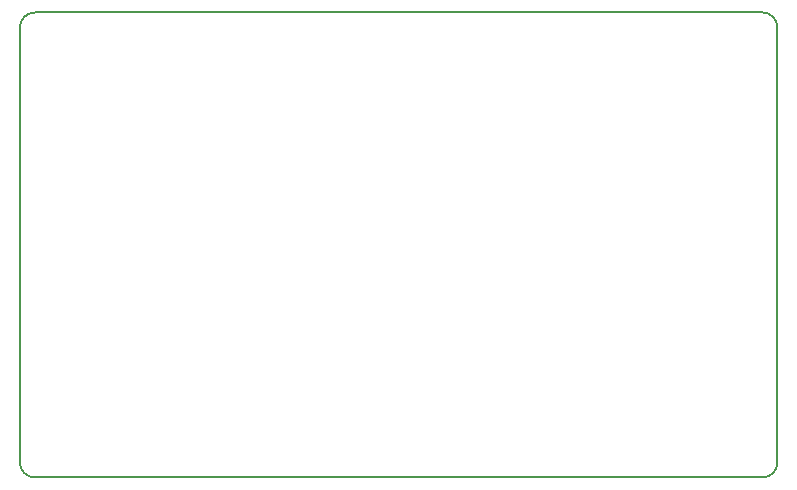
<source format=gm1>
G04 #@! TF.FileFunction,Profile,NP*
%FSLAX46Y46*%
G04 Gerber Fmt 4.6, Leading zero omitted, Abs format (unit mm)*
G04 Created by KiCad (PCBNEW 4.0.7) date 10/16/18 00:00:49*
%MOMM*%
%LPD*%
G01*
G04 APERTURE LIST*
%ADD10C,0.100000*%
%ADD11C,0.150000*%
G04 APERTURE END LIST*
D10*
D11*
X125095000Y-66675000D02*
X63500000Y-66675000D01*
X63500000Y-106045000D02*
X125095000Y-106045000D01*
X126365000Y-67945000D02*
X126365000Y-104775000D01*
X62230000Y-67945000D02*
X62230000Y-104775000D01*
X62230000Y-104775000D02*
G75*
G03X63500000Y-106045000I1270000J0D01*
G01*
X125095000Y-106045000D02*
G75*
G03X126365000Y-104775000I0J1270000D01*
G01*
X126365000Y-67945000D02*
G75*
G03X125095000Y-66675000I-1270000J0D01*
G01*
X63500000Y-66675000D02*
G75*
G03X62230000Y-67945000I0J-1270000D01*
G01*
M02*

</source>
